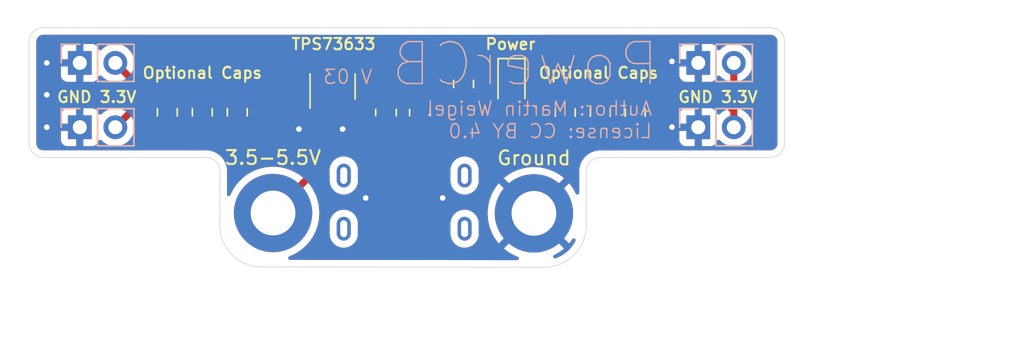
<source format=kicad_pcb>
(kicad_pcb (version 20211014) (generator pcbnew)
  (title_block (title "PowerCB") (date "2022-03-26") (rev "03") (comment 1 "https://creativecommons.org/licenses/by/4.0/") (comment 2 "License: CC BY 4.0") (comment 4 "Author: Martin Weigel"))
  (layers (0 "F.Cu" signal) (31 "B.Cu" signal) (34 "B.Paste" user) (35 "F.Paste" user) (36 "B.SilkS" user "B.Silkscreen") (37 "F.SilkS" user "F.Silkscreen") (38 "B.Mask" user) (39 "F.Mask" user) (44 "Edge.Cuts" user))
  (net 0 "")
  (net 1 "GND")
  (net 2 "+3V3")
  (net 3 "Net-(D1-Pad2)")
  (net 5 "+5V")
  (net 6 "Net-(U2-Pad3)")
  (net 7 "Net-(U2-Pad4)")
  (footprint "Capacitor_SMD:C_0805_2012Metric_Pad1.15x1.40mm_HandSolder" (layer "F.Cu") (at 21.89226 18.0213 -90)
    (fp_text reference "C2" hide)
    (fp_text value "C_Small" hide)
    (fp_line (start -0.261252 0.71) (end 0.261252 0.71) (layer "F.SilkS") (width 0.12))
    (fp_line (start -0.261252 -0.71) (end 0.261252 -0.71) (layer "F.SilkS") (width 0.12))
    (pad "1" smd roundrect locked (at -1.025 0 270) (size 1.15 1.4) (layers "F.Cu" "F.Paste" "F.Mask") (roundrect_rratio 0.217391) (net 2 "+3V3"))
    (pad "2" smd roundrect locked (at 1.025 0 270) (size 1.15 1.4) (layers "F.Cu" "F.Paste" "F.Mask") (roundrect_rratio 0.217391) (net 1 "GND"))
  )
  (footprint "Resistor_SMD:R_0805_2012Metric_Pad1.15x1.40mm_HandSolder" (layer "F.Cu") (at 43.069998 16 90)
    (fp_text reference "R1" hide)
    (fp_text value "R_Small" hide)
    (fp_line (start -0.261252 0.71) (end 0.261252 0.71) (layer "F.SilkS") (width 0.12))
    (fp_line (start -0.261252 -0.71) (end 0.261252 -0.71) (layer "F.SilkS") (width 0.12))
    (pad "1" smd roundrect locked (at -1.025 0 90) (size 1.15 1.4) (layers "F.Cu" "F.Paste" "F.Mask") (roundrect_rratio 0.217391) (net 3 "Net-(D1-Pad2)"))
    (pad "2" smd roundrect locked (at 1.025 0 90) (size 1.15 1.4) (layers "F.Cu" "F.Paste" "F.Mask") (roundrect_rratio 0.217391) (net 2 "+3V3"))
  )
  (footprint "Capacitor_SMD:C_0805_2012Metric_Pad1.15x1.40mm_HandSolder" (layer "F.Cu") (at 55.33898 18.04416 -90)
    (fp_text reference "C1" hide)
    (fp_text value "C_Small" hide)
    (fp_line (start -0.261252 0.71) (end 0.261252 0.71) (layer "F.SilkS") (width 0.12))
    (fp_line (start -0.261252 -0.71) (end 0.261252 -0.71) (layer "F.SilkS") (width 0.12))
    (pad "1" smd roundrect locked (at -1.025 0 270) (size 1.15 1.4) (layers "F.Cu" "F.Paste" "F.Mask") (roundrect_rratio 0.217391) (net 2 "+3V3"))
    (pad "2" smd roundrect locked (at 1.025 0 270) (size 1.15 1.4) (layers "F.Cu" "F.Paste" "F.Mask") (roundrect_rratio 0.217391) (net 1 "GND"))
  )
  (footprint "LED_SMD:LED_0805_2012Metric_Pad1.15x1.40mm_HandSolder" (layer "F.Cu") (at 46.496458 16.045 -90)
    (fp_text reference "D1" hide)
    (fp_text value "Power LED" hide)
    (fp_line (start 1 -0.96) (end -1.86 -0.96) (layer "F.SilkS") (width 0.12))
    (fp_line (start -1.86 0.96) (end 1 0.96) (layer "F.SilkS") (width 0.12))
    (fp_line (start -1.86 -0.96) (end -1.86 0.96) (layer "F.SilkS") (width 0.12))
    (pad "1" smd roundrect locked (at -1.025 0 270) (size 1.15 1.4) (layers "F.Cu" "F.Paste" "F.Mask") (roundrect_rratio 0.217391) (net 1 "GND"))
    (pad "2" smd roundrect locked (at 1.025 0 270) (size 1.15 1.4) (layers "F.Cu" "F.Paste" "F.Mask") (roundrect_rratio 0.217391) (net 3 "Net-(D1-Pad2)"))
  )
  (footprint "Package_TO_SOT_SMD:SOT-23-5_HandSoldering" (layer "F.Cu") (at 33.7058 16.17854 90)
    (fp_text reference "U1" hide)
    (fp_text value "TPS73633DBV" hide)
    (fp_line (start -0.9 1.61) (end 0.9 1.61) (layer "F.SilkS") (width 0.12))
    (fp_line (start 0.9 -1.61) (end -1.55 -1.61) (layer "F.SilkS") (width 0.12))
    (pad "1" smd rect locked (at -1.35 -0.95 90) (size 1.56 0.65) (layers "F.Cu" "F.Paste" "F.Mask") (net 5 "+5V"))
    (pad "2" smd rect locked (at -1.35 0 90) (size 1.56 0.65) (layers "F.Cu" "F.Paste" "F.Mask") (net 1 "GND"))
    (pad "3" smd rect locked (at -1.35 0.95 90) (size 1.56 0.65) (layers "F.Cu" "F.Paste" "F.Mask") (net 5 "+5V"))
    (pad "4" smd rect locked (at 1.35 0.95 90) (size 1.56 0.65) (layers "F.Cu" "F.Paste" "F.Mask"))
    (pad "5" smd rect locked (at 1.35 -0.95 90) (size 1.56 0.65) (layers "F.Cu" "F.Paste" "F.Mask") (net 2 "+3V3"))
  )
  (footprint "Capacitor_SMD:C_0805_2012Metric_Pad1.15x1.40mm_HandSolder" (layer "F.Cu") (at 26.89226 18.0213 -90)
    (fp_text reference "C4" hide)
    (fp_text value "C_Small" hide)
    (fp_line (start -0.261252 -0.71) (end 0.261252 -0.71) (layer "F.SilkS") (width 0.12))
    (fp_line (start -0.261252 0.71) (end 0.261252 0.71) (layer "F.SilkS") (width 0.12))
    (pad "1" smd roundrect locked (at -1.025 0 270) (size 1.15 1.4) (layers "F.Cu" "F.Paste" "F.Mask") (roundrect_rratio 0.217391) (net 2 "+3V3"))
    (pad "2" smd roundrect locked (at 1.025 0 270) (size 1.15 1.4) (layers "F.Cu" "F.Paste" "F.Mask") (roundrect_rratio 0.217391) (net 1 "GND"))
  )
  (footprint "Capacitor_SMD:C_0805_2012Metric_Pad1.15x1.40mm_HandSolder" (layer "F.Cu") (at 50.33898 18.04416 -90)
    (fp_text reference "C5" hide)
    (fp_text value "C_Small" hide)
    (fp_line (start -0.261252 0.71) (end 0.261252 0.71) (layer "F.SilkS") (width 0.12))
    (fp_line (start -0.261252 -0.71) (end 0.261252 -0.71) (layer "F.SilkS") (width 0.12))
    (pad "1" smd roundrect locked (at -1.025 0 270) (size 1.15 1.4) (layers "F.Cu" "F.Paste" "F.Mask") (roundrect_rratio 0.217391) (net 2 "+3V3"))
    (pad "2" smd roundrect locked (at 1.025 0 270) (size 1.15 1.4) (layers "F.Cu" "F.Paste" "F.Mask") (roundrect_rratio 0.217391) (net 1 "GND"))
  )
  (footprint "Capacitor_SMD:C_0805_2012Metric_Pad1.15x1.40mm_HandSolder" (layer "F.Cu") (at 52.83898 18.04416 -90)
    (fp_text reference "C6" hide)
    (fp_text value "C_Small" hide)
    (fp_line (start -0.261252 0.71) (end 0.261252 0.71) (layer "F.SilkS") (width 0.12))
    (fp_line (start -0.261252 -0.71) (end 0.261252 -0.71) (layer "F.SilkS") (width 0.12))
    (pad "1" smd roundrect locked (at -1.025 0 270) (size 1.15 1.4) (layers "F.Cu" "F.Paste" "F.Mask") (roundrect_rratio 0.217391) (net 2 "+3V3"))
    (pad "2" smd roundrect locked (at 1.025 0 270) (size 1.15 1.4) (layers "F.Cu" "F.Paste" "F.Mask") (roundrect_rratio 0.217391) (net 1 "GND"))
  )
  (footprint "Capacitor_SMD:C_0805_2012Metric_Pad1.15x1.40mm_HandSolder" (layer "F.Cu") (at 24.39226 18.0213 -90)
    (fp_text reference "C3" hide)
    (fp_text value "C_Small" hide)
    (fp_line (start -0.261252 -0.71) (end 0.261252 -0.71) (layer "F.SilkS") (width 0.12))
    (fp_line (start -0.261252 0.71) (end 0.261252 0.71) (layer "F.SilkS") (width 0.12))
    (pad "1" smd roundrect locked (at -1.025 0 270) (size 1.15 1.4) (layers "F.Cu" "F.Paste" "F.Mask") (roundrect_rratio 0.217391) (net 2 "+3V3"))
    (pad "2" smd roundrect locked (at 1.025 0 270) (size 1.15 1.4) (layers "F.Cu" "F.Paste" "F.Mask") (roundrect_rratio 0.217391) (net 1 "GND"))
  )
  (footprint "USB-C:UJC-HP-3-SMT-TR" (layer "F.Cu") (at 38.825 21.947169)
    (fp_text reference "U2" hide)
    (fp_text value "USB-C-Power" hide)
    (pad "" thru_hole oval (at -4.32 4.4) (size 1 1.7) (drill oval 0.5 1.2) (layers *.Cu *.Mask))
    (pad "" thru_hole oval (at -4.32 0.6) (size 1 1.7) (drill oval 0.5 1.2) (layers *.Cu *.Mask))
    (pad "" thru_hole oval (at 4.32 4.4) (size 1 1.7) (drill oval 0.5 1.2) (layers *.Cu *.Mask))
    (pad "" thru_hole oval (at 4.32 0.6) (size 1 1.7) (drill oval 0.5 1.2) (layers *.Cu *.Mask))
    (pad "1" smd rect (at 1.52 0.2) (size 0.8 1.8) (layers "F.Cu" "F.Paste" "F.Mask") (net 5 "+5V"))
    (pad "1" smd rect (at -1.52 0.25) (size 0.8 1.8) (layers "F.Cu" "F.Paste" "F.Mask") (net 5 "+5V"))
    (pad "2" smd rect (at -2.75 0.25) (size 0.9 1.8) (layers "F.Cu" "F.Paste" "F.Mask") (net 1 "GND"))
    (pad "2" smd rect (at 2.75 0.2) (size 0.9 1.8) (layers "F.Cu" "F.Paste" "F.Mask") (net 1 "GND"))
    (pad "3" smd rect (at -0.5 0.5842) (size 0.7 1.15) (layers "F.Cu" "F.Paste" "F.Mask") (net 6 "Net-(U2-Pad3)"))
    (pad "4" smd rect (at 0.5 0.5842) (size 0.7 1.15) (layers "F.Cu" "F.Paste" "F.Mask") (net 7 "Net-(U2-Pad4)"))
  )
  (footprint "MountingHole:MountingHole_3.2mm_M3_DIN965_Pad" (layer "F.Cu") (at 29.45 25.225)
    (fp_text reference "H1" hide)
    (fp_text value "3.5-5.5V" (at 0 -3.956721) (layer "F.SilkS"))
    (pad "1" thru_hole circle (at 0 0) (size 5.6 5.6) (drill 3.2) (layers *.Cu *.Mask) (net 5 "+5V"))
  )
  (footprint "Resistor_SMD:R_0805_2012Metric_Pad1.20x1.40mm_HandSolder" (layer "F.Cu") (at 39.95 18.04416 90)
    (fp_text reference "R3" hide)
    (fp_text value "5.1k")
    (fp_line (start -0.227064 0.735) (end 0.227064 0.735) (layer "F.SilkS") (width 0.12))
    (fp_line (start -0.227064 -0.735) (end 0.227064 -0.735) (layer "F.SilkS") (width 0.12))
    (pad "1" smd roundrect (at -1 0 90) (size 1.2 1.4) (layers "F.Cu" "F.Paste" "F.Mask") (roundrect_rratio 0.208333) (net 7 "Net-(U2-Pad4)"))
    (pad "2" smd roundrect (at 1 0 90) (size 1.2 1.4) (layers "F.Cu" "F.Paste" "F.Mask") (roundrect_rratio 0.208333) (net 1 "GND"))
  )
  (footprint "MountingHole:MountingHole_3.2mm_M3_DIN965_Pad" (layer "F.Cu") (at 48.1 25.25)
    (fp_text reference "H2" hide)
    (fp_text value "Ground" (at 0 -3.956721) (layer "F.SilkS"))
    (pad "1" thru_hole circle (at 0 0) (size 5.6 5.6) (drill 3.2) (layers *.Cu *.Mask) (net 1 "GND"))
  )
  (footprint "Resistor_SMD:R_0805_2012Metric_Pad1.20x1.40mm_HandSolder" (layer "F.Cu") (at 37.525 18.04416 90)
    (fp_text reference "R2" hide)
    (fp_text value "5.1k")
    (fp_line (start -0.227064 0.735) (end 0.227064 0.735) (layer "F.SilkS") (width 0.12))
    (fp_line (start -0.227064 -0.735) (end 0.227064 -0.735) (layer "F.SilkS") (width 0.12))
    (pad "1" smd roundrect (at -1 0 90) (size 1.2 1.4) (layers "F.Cu" "F.Paste" "F.Mask") (roundrect_rratio 0.208333) (net 6 "Net-(U2-Pad3)"))
    (pad "2" smd roundrect (at 1 0 90) (size 1.2 1.4) (layers "F.Cu" "F.Paste" "F.Mask") (roundrect_rratio 0.208333) (net 1 "GND"))
  )
  (footprint "Connector_PinHeader_2.54mm:PinHeader_1x02_P2.54mm_Vertical" (layer "B.Cu") (at 15.63624 14.49324 -90)
    (fp_text reference "J6" hide)
    (fp_text value "Conn_01x02_Male" hide)
    (fp_line (start -1.33 -1.27) (end -1.33 -3.87) (layer "B.SilkS") (width 0.12))
    (fp_line (start -1.33 -1.27) (end 1.33 -1.27) (layer "B.SilkS") (width 0.12))
    (fp_line (start -1.33 0) (end -1.33 1.33) (layer "B.SilkS") (width 0.12))
    (fp_line (start -1.33 -3.87) (end 1.33 -3.87) (layer "B.SilkS") (width 0.12))
    (fp_line (start -1.33 1.33) (end 0 1.33) (layer "B.SilkS") (width 0.12))
    (fp_line (start 1.33 -1.27) (end 1.33 -3.87) (layer "B.SilkS") (width 0.12))
    (pad "1" thru_hole rect locked (at 0 0 270) (size 1.7 1.7) (drill 1) (layers *.Cu *.Mask) (net 1 "GND"))
    (pad "2" thru_hole oval locked (at 0 -2.54 270) (size 1.7 1.7) (drill 1) (layers *.Cu *.Mask) (net 2 "+3V3"))
  )
  (footprint "Connector_PinHeader_2.54mm:PinHeader_1x02_P2.54mm_Vertical" (layer "B.Cu") (at 15.63624 19.09324 -90)
    (fp_text reference "J7" hide)
    (fp_text value "Conn_01x02_Male" hide)
    (fp_line (start -1.33 -1.27) (end 1.33 -1.27) (layer "B.SilkS") (width 0.12))
    (fp_line (start -1.33 1.33) (end 0 1.33) (layer "B.SilkS") (width 0.12))
    (fp_line (start 1.33 -1.27) (end 1.33 -3.87) (layer "B.SilkS") (width 0.12))
    (fp_line (start -1.33 -3.87) (end 1.33 -3.87) (layer "B.SilkS") (width 0.12))
    (fp_line (start -1.33 0) (end -1.33 1.33) (layer "B.SilkS") (width 0.12))
    (fp_line (start -1.33 -1.27) (end -1.33 -3.87) (layer "B.SilkS") (width 0.12))
    (pad "1" thru_hole rect locked (at 0 0 270) (size 1.7 1.7) (drill 1) (layers *.Cu *.Mask) (net 1 "GND"))
    (pad "2" thru_hole oval locked (at 0 -2.54 270) (size 1.7 1.7) (drill 1) (layers *.Cu *.Mask) (net 2 "+3V3"))
  )
  (footprint "Connector_PinHeader_2.54mm:PinHeader_1x02_P2.54mm_Vertical" (layer "B.Cu") (at 59.84748 19.09324 -90)
    (fp_text reference "J8" hide)
    (fp_text value "Conn_01x02_Male" hide)
    (fp_line (start -1.33 1.33) (end 0 1.33) (layer "B.SilkS") (width 0.12))
    (fp_line (start 1.33 -1.27) (end 1.33 -3.87) (layer "B.SilkS") (width 0.12))
    (fp_line (start -1.33 0) (end -1.33 1.33) (layer "B.SilkS") (width 0.12))
    (fp_line (start -1.33 -3.87) (end 1.33 -3.87) (layer "B.SilkS") (width 0.12))
    (fp_line (start -1.33 -1.27) (end -1.33 -3.87) (layer "B.SilkS") (width 0.12))
    (fp_line (start -1.33 -1.27) (end 1.33 -1.27) (layer "B.SilkS") (width 0.12))
    (pad "1" thru_hole rect locked (at 0 0 270) (size 1.7 1.7) (drill 1) (layers *.Cu *.Mask) (net 1 "GND"))
    (pad "2" thru_hole oval locked (at 0 -2.54 270) (size 1.7 1.7) (drill 1) (layers *.Cu *.Mask) (net 2 "+3V3"))
  )
  (footprint "Connector_PinHeader_2.54mm:PinHeader_1x02_P2.54mm_Vertical" (layer "B.Cu") (at 59.84748 14.49324 -90)
    (fp_text reference "J9" hide)
    (fp_text value "Conn_01x02_Male" hide)
    (fp_line (start -1.33 1.33) (end 0 1.33) (layer "B.SilkS") (width 0.12))
    (fp_line (start -1.33 -1.27) (end -1.33 -3.87) (layer "B.SilkS") (width 0.12))
    (fp_line (start -1.33 -3.87) (end 1.33 -3.87) (layer "B.SilkS") (width 0.12))
    (fp_line (start -1.33 0) (end -1.33 1.33) (layer "B.SilkS") (width 0.12))
    (fp_line (start -1.33 -1.27) (end 1.33 -1.27) (layer "B.SilkS") (width 0.12))
    (fp_line (start 1.33 -1.27) (end 1.33 -3.87) (layer "B.SilkS") (width 0.12))
    (pad "1" thru_hole rect locked (at 0 0 270) (size 1.7 1.7) (drill 1) (layers *.Cu *.Mask) (net 1 "GND"))
    (pad "2" thru_hole oval locked (at 0 -2.54 270) (size 1.7 1.7) (drill 1) (layers *.Cu *.Mask) (net 2 "+3V3"))
  )
  (gr_arc (start 12.0175 12.9761) (mid 12.310393 12.268993) (end 13.0175 11.9761) (layer "Edge.Cuts") (width 0.05))
  (gr_line (start 13.0175 11.9761) (end 65.0175 11.9761) (layer "Edge.Cuts") (width 0.05))
  (gr_arc (start 65.0175 11.9761) (mid 65.724607 12.268993) (end 66.0175 12.9761) (layer "Edge.Cuts") (width 0.05))
  (gr_line (start 66.0175 12.9761) (end 66.0175 20.2471) (layer "Edge.Cuts") (width 0.05))
  (gr_arc (start 12.99566 21.2471) (mid 12.29495 20.938764) (end 12.0175 20.22526) (layer "Edge.Cuts") (width 0.05))
  (gr_arc (start 66.0175 20.2471) (mid 65.724607 20.954207) (end 65.0175 21.2471) (layer "Edge.Cuts") (width 0.05))
  (gr_line (start 65.0175 21.2471) (end 52.846825 21.257107) (layer "Edge.Cuts") (width 0.05))
  (gr_line (start 24.654019 21.25218) (end 12.99566 21.2471) (layer "Edge.Cuts") (width 0.05))
  (gr_line (start 51.846825 22.257107) (end 51.841254 26.103673) (layer "Edge.Cuts") (width 0.05))
  (gr_arc (start 28.642149 29.075) (mid 26.520829 28.19632) (end 25.642149 26.075) (layer "Edge.Cuts") (width 0.05))
  (gr_line (start 28.642149 29.075) (end 48.841254 29.103673) (layer "Edge.Cuts") (width 0.05))
  (gr_line (start 25.654019 22.25218) (end 25.642149 26.075) (layer "Edge.Cuts") (width 0.05))
  (gr_arc (start 51.841254 26.103673) (mid 50.962576 28.225) (end 48.841254 29.103673) (layer "Edge.Cuts") (width 0.05))
  (gr_arc (start 24.654019 21.25218) (mid 25.361159 21.545058) (end 25.654019 22.25218) (layer "Edge.Cuts") (width 0.05))
  (gr_arc (start 51.846825 22.257107) (mid 52.139734 21.550033) (end 52.846825 21.257107) (layer "Edge.Cuts") (width 0.05))
  (gr_line (start 12.0175 12.9761) (end 12.0175 20.22526) (layer "Edge.Cuts") (width 0.05))
  (gr_text "PowerCB" (at 37.75964 14.58722) (layer "B.SilkS") (effects (font (size 3 3) (thickness 0.1)) (justify right mirror)))
  (gr_text "V 03" (at 32.9692 15.494) (layer "B.SilkS") (effects (font (size 1 1) (thickness 0.1)) (justify right mirror)))
  (gr_text "Author: Martin Weigel\nLicense: CC BY 4.0" (at 56.6166 18.56994) (layer "B.SilkS") (effects (font (size 1 1) (thickness 0.1)) (justify left mirror)))
  (gr_text "Optional Caps" (at 52.72024 15.20952) (layer "F.SilkS") (effects (font (size 0.8 0.8))))
  (gr_text "Power" (at 46.425 13.15) (layer "F.SilkS") (effects (font (size 0.8 0.8))))
  (gr_text "TPS73633" (at 33.77692 13.15) (layer "F.SilkS") (effects (font (size 0.8 0.8))))
  (gr_text "GND 3.3V" (at 16.84782 16.93418) (layer "F.SilkS") (effects (font (size 0.8 0.8))))
  (gr_text "GND 3.3V" (at 61.25972 16.93418) (layer "F.SilkS") (effects (font (size 0.8 0.8))))
  (gr_text "Optional Caps" (at 24.39416 15.20952) (layer "F.SilkS") (effects (font (size 0.8 0.8))))
  (segment (start 33.7058 18.5058) (end 34.425 19.225) (width 0.5) (layer "F.Cu") (net 1))
  (segment (start 33.7058 17.52854) (end 33.7058 18.5058) (width 0.5) (layer "F.Cu") (net 1))
  (via (at 31.3 19.225) (size 0.8) (drill 0.4) (layers "F.Cu" "B.Cu") (net 1))
  (via (at 57.96788 14.3891) (size 0.8) (drill 0.4) (layers "F.Cu" "B.Cu") (net 1))
  (via (at 57.96788 19.08556) (size 0.8) (drill 0.4) (layers "F.Cu" "B.Cu") (net 1))
  (via (at 41.575 24.15) (size 0.8) (drill 0.4) (layers "F.Cu" "B.Cu") (net 1))
  (via (at 13.275 16.775) (size 0.8) (drill 0.4) (layers "F.Cu" "B.Cu") (net 1))
  (via (at 13.275 19.09324) (size 0.8) (drill 0.4) (layers "F.Cu" "B.Cu") (net 1))
  (via (at 34.425 19.225) (size 0.8) (drill 0.4) (layers "F.Cu" "B.Cu") (net 1))
  (via (at 13.275 14.49324) (size 0.8) (drill 0.4) (layers "F.Cu" "B.Cu") (net 1))
  (via (at 36.075 24.15) (size 0.8) (drill 0.4) (layers "F.Cu" "B.Cu") (net 1))
  (segment (start 55.33898 17.01916) (end 61.47424 17.01916) (width 0.5) (layer "F.Cu") (net 2))
  (segment (start 20.2274 17.04208) (end 18.17624 19.09324) (width 0.5) (layer "F.Cu") (net 2))
  (segment (start 50.33898 15.22348) (end 50.33898 17.01916) (width 0.5) (layer "F.Cu") (net 2))
  (segment (start 48.11268 12.99718) (end 50.33898 15.22348) (width 0.5) (layer "F.Cu") (net 2))
  (segment (start 24.39226 16.9963) (end 21.89226 16.9963) (width 0.5) (layer "F.Cu") (net 2))
  (segment (start 50.33898 17.01916) (end 52.83898 17.01916) (width 0.5) (layer "F.Cu") (net 2))
  (segment (start 29.06002 14.82854) (end 26.89226 16.9963) (width 0.5) (layer "F.Cu") (net 2))
  (segment (start 20.6793 16.9963) (end 18.17624 14.49324) (width 0.5) (layer "F.Cu") (net 2))
  (segment (start 21.89226 16.9963) (end 20.25026 16.9963) (width 0.5) (layer "F.Cu") (net 2))
  (segment (start 52.83898 17.01916) (end 53.63898 17.01916) (width 0.5) (layer "F.Cu") (net 2))
  (segment (start 61.47424 17.01916) (end 61.47424 17.01176) (width 0.5) (layer "F.Cu") (net 2))
  (segment (start 20.25026 16.9963) (end 20.2274 17.01916) (width 0.5) (layer "F.Cu") (net 2))
  (segment (start 61.47424 17.01916) (end 62.38748 17.9324) (width 0.5) (layer "F.Cu") (net 2))
  (segment (start 41.086918 12.99192) (end 43.069998 14.975) (width 0.5) (layer "F.Cu") (net 2))
  (segment (start 53.63898 17.01916) (end 55.33898 17.01916) (width 0.5) (layer "F.Cu") (net 2))
  (segment (start 20.2274 17.01916) (end 20.2274 17.04208) (width 0.5) (layer "F.Cu") (net 2))
  (segment (start 32.7558 13.79854) (end 33.55716 12.99718) (width 0.5) (layer "F.Cu") (net 2))
  (segment (start 62.38748 17.9324) (end 62.38748 19.28754) (width 0.5) (layer "F.Cu") (net 2))
  (segment (start 61.47424 17.01176) (end 62.38748 16.09852) (width 0.5) (layer "F.Cu") (net 2))
  (segment (start 33.55716 12.99718) (end 48.11268 12.99718) (width 0.5) (layer "F.Cu") (net 2))
  (segment (start 62.38748 16.09852) (end 62.38748 14.60754) (width 0.5) (layer "F.Cu") (net 2))
  (segment (start 32.7558 14.82854) (end 29.06002 14.82854) (width 0.5) (layer "F.Cu") (net 2))
  (segment (start 32.7558 14.82854) (end 32.7558 13.79854) (width 0.5) (layer "F.Cu") (net 2))
  (segment (start 26.89226 16.9963) (end 24.39226 16.9963) (width 0.5) (layer "F.Cu") (net 2))
  (segment (start 21.89226 16.9963) (end 20.6793 16.9963) (width 0.5) (layer "F.Cu") (net 2))
  (segment (start 43.069998 17.025) (end 46.451458 17.025) (width 0.5) (layer "F.Cu") (net 3))
  (segment (start 34.6558 16.563538) (end 34.6558 17.52854) (width 0.5) (layer "F.Cu") (net 5))
  (segment (start 37.305 23.335391) (end 37.544609 23.575) (width 0.5) (layer "F.Cu") (net 5))
  (segment (start 37.305 21.178147) (end 36.576853 20.45) (width 0.5) (layer "F.Cu") (net 5))
  (segment (start 37.544609 23.575) (end 40.105391 23.575) (width 0.5) (layer "F.Cu") (net 5))
  (segment (start 32.7558 17.52854) (end 32.7558 16.563538) (width 0.5) (layer "F.Cu") (net 5))
  (segment (start 33.020799 16.298539) (end 34.390801 16.298539) (width 0.5) (layer "F.Cu") (net 5))
  (segment (start 37.305 22.197169) (end 37.305 23.335391) (width 0.5) (layer "F.Cu") (net 5))
  (segment (start 40.105391 23.575) (end 40.345 23.335391) (width 0.5) (layer "F.Cu") (net 5))
  (segment (start 40.345 23.335391) (end 40.345 22.147169) (width 0.5) (layer "F.Cu") (net 5))
  (segment (start 32.7558 21.9192) (end 29.45 25.225) (width 0.5) (layer "F.Cu") (net 5))
  (segment (start 37.305 22.197169) (end 37.305 21.178147) (width 0.5) (layer "F.Cu") (net 5))
  (segment (start 32.7558 16.563538) (end 33.020799 16.298539) (width 0.5) (layer "F.Cu") (net 5))
  (segment (start 34.390801 16.298539) (end 34.6558 16.563538) (width 0.5) (layer "F.Cu") (net 5))
  (segment (start 33.775 20.45) (end 32.7558 19.4308) (width 0.5) (layer "F.Cu") (net 5))
  (segment (start 36.576853 20.45) (end 33.775 20.45) (width 0.5) (layer "F.Cu") (net 5))
  (segment (start 32.7558 19.4308) (end 32.7558 21.9192) (width 0.5) (layer "F.Cu") (net 5))
  (segment (start 32.7558 19.4308) (end 32.7558 17.52854) (width 0.5) (layer "F.Cu") (net 5))
  (segment (start 38.325 19.84416) (end 37.525 19.04416) (width 0.5) (layer "F.Cu") (net 6))
  (segment (start 38.325 22.531369) (end 38.325 19.84416) (width 0.5) (layer "F.Cu") (net 6))
  (segment (start 39.325 19.66916) (end 39.95 19.04416) (width 0.5) (layer "F.Cu") (net 7))
  (segment (start 39.325 22.531369) (end 39.325 19.66916) (width 0.5) (layer "F.Cu") (net 7))
  (zone (net 1) (net_name "GND") (layer "F.Cu") (connect_pads (clearance 0.508)) (min_thickness 0.254) (fill yes (thermal_gap 0.508) (thermal_bridge_width 0.508))
    (polygon (pts (xy 10.44956 10.45972) (xy 82.5754 10.50544) (xy 82.5754 35.39744) (xy 10.42924 35.39744) (xy 10.4394 10.45972)))
  )
  (zone (net 1) (net_name "GND") (layer "B.Cu") (connect_pads (clearance 0.508)) (min_thickness 0.254) (fill yes (thermal_gap 0.508) (thermal_bridge_width 0.508))
    (polygon (pts (xy 9.9314 9.99744) (xy 83.15452 10.033) (xy 83.15452 35.7378) (xy 9.9314 35.7378) (xy 9.9314 10.0076)))
  )
)
</source>
